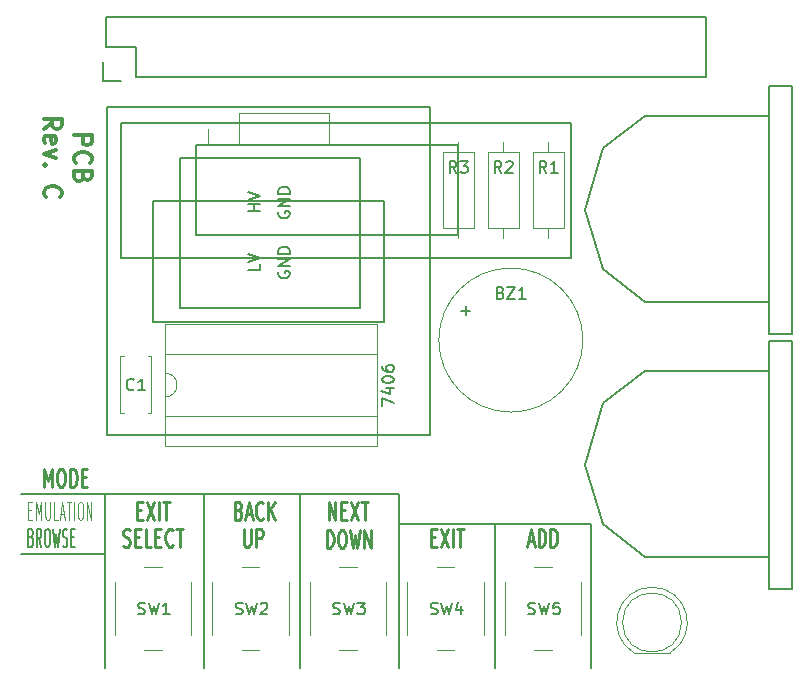
<source format=gto>
G04 #@! TF.FileFunction,Legend,Top*
%FSLAX46Y46*%
G04 Gerber Fmt 4.6, Leading zero omitted, Abs format (unit mm)*
G04 Created by KiCad (PCBNEW 4.0.7) date 10/03/18 00:11:05*
%MOMM*%
%LPD*%
G01*
G04 APERTURE LIST*
%ADD10C,0.100000*%
%ADD11C,0.300000*%
%ADD12C,0.250000*%
%ADD13C,0.200000*%
%ADD14C,0.125000*%
%ADD15C,0.175000*%
%ADD16C,0.150000*%
%ADD17C,0.120000*%
G04 APERTURE END LIST*
D10*
D11*
X27901429Y-40017143D02*
X29401429Y-40017143D01*
X29401429Y-40588571D01*
X29330000Y-40731429D01*
X29258571Y-40802857D01*
X29115714Y-40874286D01*
X28901429Y-40874286D01*
X28758571Y-40802857D01*
X28687143Y-40731429D01*
X28615714Y-40588571D01*
X28615714Y-40017143D01*
X28044286Y-42374286D02*
X27972857Y-42302857D01*
X27901429Y-42088571D01*
X27901429Y-41945714D01*
X27972857Y-41731429D01*
X28115714Y-41588571D01*
X28258571Y-41517143D01*
X28544286Y-41445714D01*
X28758571Y-41445714D01*
X29044286Y-41517143D01*
X29187143Y-41588571D01*
X29330000Y-41731429D01*
X29401429Y-41945714D01*
X29401429Y-42088571D01*
X29330000Y-42302857D01*
X29258571Y-42374286D01*
X28687143Y-43517143D02*
X28615714Y-43731429D01*
X28544286Y-43802857D01*
X28401429Y-43874286D01*
X28187143Y-43874286D01*
X28044286Y-43802857D01*
X27972857Y-43731429D01*
X27901429Y-43588571D01*
X27901429Y-43017143D01*
X29401429Y-43017143D01*
X29401429Y-43517143D01*
X29330000Y-43660000D01*
X29258571Y-43731429D01*
X29115714Y-43802857D01*
X28972857Y-43802857D01*
X28830000Y-43731429D01*
X28758571Y-43660000D01*
X28687143Y-43517143D01*
X28687143Y-43017143D01*
X25351429Y-39481429D02*
X26065714Y-38981429D01*
X25351429Y-38624286D02*
X26851429Y-38624286D01*
X26851429Y-39195714D01*
X26780000Y-39338572D01*
X26708571Y-39410000D01*
X26565714Y-39481429D01*
X26351429Y-39481429D01*
X26208571Y-39410000D01*
X26137143Y-39338572D01*
X26065714Y-39195714D01*
X26065714Y-38624286D01*
X25422857Y-40695714D02*
X25351429Y-40552857D01*
X25351429Y-40267143D01*
X25422857Y-40124286D01*
X25565714Y-40052857D01*
X26137143Y-40052857D01*
X26280000Y-40124286D01*
X26351429Y-40267143D01*
X26351429Y-40552857D01*
X26280000Y-40695714D01*
X26137143Y-40767143D01*
X25994286Y-40767143D01*
X25851429Y-40052857D01*
X26351429Y-41267143D02*
X25351429Y-41624286D01*
X26351429Y-41981428D01*
X25494286Y-42552857D02*
X25422857Y-42624285D01*
X25351429Y-42552857D01*
X25422857Y-42481428D01*
X25494286Y-42552857D01*
X25351429Y-42552857D01*
X25494286Y-45267143D02*
X25422857Y-45195714D01*
X25351429Y-44981428D01*
X25351429Y-44838571D01*
X25422857Y-44624286D01*
X25565714Y-44481428D01*
X25708571Y-44410000D01*
X25994286Y-44338571D01*
X26208571Y-44338571D01*
X26494286Y-44410000D01*
X26637143Y-44481428D01*
X26780000Y-44624286D01*
X26851429Y-44838571D01*
X26851429Y-44981428D01*
X26780000Y-45195714D01*
X26708571Y-45267143D01*
D12*
X25368476Y-69766571D02*
X25368476Y-68266571D01*
X25701810Y-69338000D01*
X26035143Y-68266571D01*
X26035143Y-69766571D01*
X26701809Y-68266571D02*
X26892286Y-68266571D01*
X26987524Y-68338000D01*
X27082762Y-68480857D01*
X27130381Y-68766571D01*
X27130381Y-69266571D01*
X27082762Y-69552286D01*
X26987524Y-69695143D01*
X26892286Y-69766571D01*
X26701809Y-69766571D01*
X26606571Y-69695143D01*
X26511333Y-69552286D01*
X26463714Y-69266571D01*
X26463714Y-68766571D01*
X26511333Y-68480857D01*
X26606571Y-68338000D01*
X26701809Y-68266571D01*
X27558952Y-69766571D02*
X27558952Y-68266571D01*
X27797047Y-68266571D01*
X27939905Y-68338000D01*
X28035143Y-68480857D01*
X28082762Y-68623714D01*
X28130381Y-68909429D01*
X28130381Y-69123714D01*
X28082762Y-69409429D01*
X28035143Y-69552286D01*
X27939905Y-69695143D01*
X27797047Y-69766571D01*
X27558952Y-69766571D01*
X28558952Y-68980857D02*
X28892286Y-68980857D01*
X29035143Y-69766571D02*
X28558952Y-69766571D01*
X28558952Y-68266571D01*
X29035143Y-68266571D01*
D13*
X23622000Y-75438000D02*
X23368000Y-75438000D01*
X55372000Y-70358000D02*
X23368000Y-70358000D01*
X63500000Y-85090000D02*
X63500000Y-72898000D01*
X71628000Y-72898000D02*
X71628000Y-85090000D01*
X55372000Y-72898000D02*
X71628000Y-72898000D01*
X55372000Y-85090000D02*
X55372000Y-70358000D01*
X46990000Y-85090000D02*
X46990000Y-70358000D01*
X38862000Y-85090000D02*
X38862000Y-70358000D01*
X30480000Y-75438000D02*
X30480000Y-70358000D01*
X30480000Y-75438000D02*
X23622000Y-75438000D01*
X30480000Y-85090000D02*
X30480000Y-75438000D01*
D14*
X24042667Y-71774857D02*
X24276000Y-71774857D01*
X24376000Y-72560571D02*
X24042667Y-72560571D01*
X24042667Y-71060571D01*
X24376000Y-71060571D01*
X24676000Y-72560571D02*
X24676000Y-71060571D01*
X24909333Y-72132000D01*
X25142666Y-71060571D01*
X25142666Y-72560571D01*
X25476000Y-71060571D02*
X25476000Y-72274857D01*
X25509333Y-72417714D01*
X25542666Y-72489143D01*
X25609333Y-72560571D01*
X25742666Y-72560571D01*
X25809333Y-72489143D01*
X25842666Y-72417714D01*
X25876000Y-72274857D01*
X25876000Y-71060571D01*
X26542666Y-72560571D02*
X26209333Y-72560571D01*
X26209333Y-71060571D01*
X26742666Y-72132000D02*
X27076000Y-72132000D01*
X26676000Y-72560571D02*
X26909333Y-71060571D01*
X27142666Y-72560571D01*
X27276000Y-71060571D02*
X27676000Y-71060571D01*
X27476000Y-72560571D02*
X27476000Y-71060571D01*
X27909333Y-72560571D02*
X27909333Y-71060571D01*
X28375999Y-71060571D02*
X28509332Y-71060571D01*
X28575999Y-71132000D01*
X28642666Y-71274857D01*
X28675999Y-71560571D01*
X28675999Y-72060571D01*
X28642666Y-72346286D01*
X28575999Y-72489143D01*
X28509332Y-72560571D01*
X28375999Y-72560571D01*
X28309332Y-72489143D01*
X28242666Y-72346286D01*
X28209332Y-72060571D01*
X28209332Y-71560571D01*
X28242666Y-71274857D01*
X28309332Y-71132000D01*
X28375999Y-71060571D01*
X28975999Y-72560571D02*
X28975999Y-71060571D01*
X29375999Y-72560571D01*
X29375999Y-71060571D01*
D15*
X24276000Y-74060857D02*
X24376000Y-74132286D01*
X24409333Y-74203714D01*
X24442667Y-74346571D01*
X24442667Y-74560857D01*
X24409333Y-74703714D01*
X24376000Y-74775143D01*
X24309333Y-74846571D01*
X24042667Y-74846571D01*
X24042667Y-73346571D01*
X24276000Y-73346571D01*
X24342667Y-73418000D01*
X24376000Y-73489429D01*
X24409333Y-73632286D01*
X24409333Y-73775143D01*
X24376000Y-73918000D01*
X24342667Y-73989429D01*
X24276000Y-74060857D01*
X24042667Y-74060857D01*
X25142667Y-74846571D02*
X24909333Y-74132286D01*
X24742667Y-74846571D02*
X24742667Y-73346571D01*
X25009333Y-73346571D01*
X25076000Y-73418000D01*
X25109333Y-73489429D01*
X25142667Y-73632286D01*
X25142667Y-73846571D01*
X25109333Y-73989429D01*
X25076000Y-74060857D01*
X25009333Y-74132286D01*
X24742667Y-74132286D01*
X25576000Y-73346571D02*
X25709333Y-73346571D01*
X25776000Y-73418000D01*
X25842667Y-73560857D01*
X25876000Y-73846571D01*
X25876000Y-74346571D01*
X25842667Y-74632286D01*
X25776000Y-74775143D01*
X25709333Y-74846571D01*
X25576000Y-74846571D01*
X25509333Y-74775143D01*
X25442667Y-74632286D01*
X25409333Y-74346571D01*
X25409333Y-73846571D01*
X25442667Y-73560857D01*
X25509333Y-73418000D01*
X25576000Y-73346571D01*
X26109333Y-73346571D02*
X26276000Y-74846571D01*
X26409333Y-73775143D01*
X26542666Y-74846571D01*
X26709333Y-73346571D01*
X26942666Y-74775143D02*
X27042666Y-74846571D01*
X27209333Y-74846571D01*
X27276000Y-74775143D01*
X27309333Y-74703714D01*
X27342666Y-74560857D01*
X27342666Y-74418000D01*
X27309333Y-74275143D01*
X27276000Y-74203714D01*
X27209333Y-74132286D01*
X27076000Y-74060857D01*
X27009333Y-73989429D01*
X26976000Y-73918000D01*
X26942666Y-73775143D01*
X26942666Y-73632286D01*
X26976000Y-73489429D01*
X27009333Y-73418000D01*
X27076000Y-73346571D01*
X27242666Y-73346571D01*
X27342666Y-73418000D01*
X27642667Y-74060857D02*
X27876000Y-74060857D01*
X27976000Y-74846571D02*
X27642667Y-74846571D01*
X27642667Y-73346571D01*
X27976000Y-73346571D01*
D12*
X49458762Y-72560571D02*
X49458762Y-71060571D01*
X50030191Y-72560571D01*
X50030191Y-71060571D01*
X50506381Y-71774857D02*
X50839715Y-71774857D01*
X50982572Y-72560571D02*
X50506381Y-72560571D01*
X50506381Y-71060571D01*
X50982572Y-71060571D01*
X51315905Y-71060571D02*
X51982572Y-72560571D01*
X51982572Y-71060571D02*
X51315905Y-72560571D01*
X52220667Y-71060571D02*
X52792096Y-71060571D01*
X52506381Y-72560571D02*
X52506381Y-71060571D01*
X41822858Y-71774857D02*
X41965715Y-71846286D01*
X42013334Y-71917714D01*
X42060953Y-72060571D01*
X42060953Y-72274857D01*
X42013334Y-72417714D01*
X41965715Y-72489143D01*
X41870477Y-72560571D01*
X41489524Y-72560571D01*
X41489524Y-71060571D01*
X41822858Y-71060571D01*
X41918096Y-71132000D01*
X41965715Y-71203429D01*
X42013334Y-71346286D01*
X42013334Y-71489143D01*
X41965715Y-71632000D01*
X41918096Y-71703429D01*
X41822858Y-71774857D01*
X41489524Y-71774857D01*
X42441905Y-72132000D02*
X42918096Y-72132000D01*
X42346667Y-72560571D02*
X42680000Y-71060571D01*
X43013334Y-72560571D01*
X43918096Y-72417714D02*
X43870477Y-72489143D01*
X43727620Y-72560571D01*
X43632382Y-72560571D01*
X43489524Y-72489143D01*
X43394286Y-72346286D01*
X43346667Y-72203429D01*
X43299048Y-71917714D01*
X43299048Y-71703429D01*
X43346667Y-71417714D01*
X43394286Y-71274857D01*
X43489524Y-71132000D01*
X43632382Y-71060571D01*
X43727620Y-71060571D01*
X43870477Y-71132000D01*
X43918096Y-71203429D01*
X44346667Y-72560571D02*
X44346667Y-71060571D01*
X44918096Y-72560571D02*
X44489524Y-71703429D01*
X44918096Y-71060571D02*
X44346667Y-71917714D01*
X33234476Y-71774857D02*
X33567810Y-71774857D01*
X33710667Y-72560571D02*
X33234476Y-72560571D01*
X33234476Y-71060571D01*
X33710667Y-71060571D01*
X34044000Y-71060571D02*
X34710667Y-72560571D01*
X34710667Y-71060571D02*
X34044000Y-72560571D01*
X35091619Y-72560571D02*
X35091619Y-71060571D01*
X35424952Y-71060571D02*
X35996381Y-71060571D01*
X35710666Y-72560571D02*
X35710666Y-71060571D01*
X66325905Y-74418000D02*
X66802096Y-74418000D01*
X66230667Y-74846571D02*
X66564000Y-73346571D01*
X66897334Y-74846571D01*
X67230667Y-74846571D02*
X67230667Y-73346571D01*
X67468762Y-73346571D01*
X67611620Y-73418000D01*
X67706858Y-73560857D01*
X67754477Y-73703714D01*
X67802096Y-73989429D01*
X67802096Y-74203714D01*
X67754477Y-74489429D01*
X67706858Y-74632286D01*
X67611620Y-74775143D01*
X67468762Y-74846571D01*
X67230667Y-74846571D01*
X68230667Y-74846571D02*
X68230667Y-73346571D01*
X68468762Y-73346571D01*
X68611620Y-73418000D01*
X68706858Y-73560857D01*
X68754477Y-73703714D01*
X68802096Y-73989429D01*
X68802096Y-74203714D01*
X68754477Y-74489429D01*
X68706858Y-74632286D01*
X68611620Y-74775143D01*
X68468762Y-74846571D01*
X68230667Y-74846571D01*
X58126476Y-74060857D02*
X58459810Y-74060857D01*
X58602667Y-74846571D02*
X58126476Y-74846571D01*
X58126476Y-73346571D01*
X58602667Y-73346571D01*
X58936000Y-73346571D02*
X59602667Y-74846571D01*
X59602667Y-73346571D02*
X58936000Y-74846571D01*
X59983619Y-74846571D02*
X59983619Y-73346571D01*
X60316952Y-73346571D02*
X60888381Y-73346571D01*
X60602666Y-74846571D02*
X60602666Y-73346571D01*
X49300048Y-74973571D02*
X49300048Y-73473571D01*
X49538143Y-73473571D01*
X49681001Y-73545000D01*
X49776239Y-73687857D01*
X49823858Y-73830714D01*
X49871477Y-74116429D01*
X49871477Y-74330714D01*
X49823858Y-74616429D01*
X49776239Y-74759286D01*
X49681001Y-74902143D01*
X49538143Y-74973571D01*
X49300048Y-74973571D01*
X50490524Y-73473571D02*
X50681001Y-73473571D01*
X50776239Y-73545000D01*
X50871477Y-73687857D01*
X50919096Y-73973571D01*
X50919096Y-74473571D01*
X50871477Y-74759286D01*
X50776239Y-74902143D01*
X50681001Y-74973571D01*
X50490524Y-74973571D01*
X50395286Y-74902143D01*
X50300048Y-74759286D01*
X50252429Y-74473571D01*
X50252429Y-73973571D01*
X50300048Y-73687857D01*
X50395286Y-73545000D01*
X50490524Y-73473571D01*
X51252429Y-73473571D02*
X51490524Y-74973571D01*
X51681001Y-73902143D01*
X51871477Y-74973571D01*
X52109572Y-73473571D01*
X52490524Y-74973571D02*
X52490524Y-73473571D01*
X53061953Y-74973571D01*
X53061953Y-73473571D01*
X42267286Y-73346571D02*
X42267286Y-74560857D01*
X42314905Y-74703714D01*
X42362524Y-74775143D01*
X42457762Y-74846571D01*
X42648239Y-74846571D01*
X42743477Y-74775143D01*
X42791096Y-74703714D01*
X42838715Y-74560857D01*
X42838715Y-73346571D01*
X43314905Y-74846571D02*
X43314905Y-73346571D01*
X43695858Y-73346571D01*
X43791096Y-73418000D01*
X43838715Y-73489429D01*
X43886334Y-73632286D01*
X43886334Y-73846571D01*
X43838715Y-73989429D01*
X43791096Y-74060857D01*
X43695858Y-74132286D01*
X43314905Y-74132286D01*
X32067809Y-74775143D02*
X32210666Y-74846571D01*
X32448762Y-74846571D01*
X32544000Y-74775143D01*
X32591619Y-74703714D01*
X32639238Y-74560857D01*
X32639238Y-74418000D01*
X32591619Y-74275143D01*
X32544000Y-74203714D01*
X32448762Y-74132286D01*
X32258285Y-74060857D01*
X32163047Y-73989429D01*
X32115428Y-73918000D01*
X32067809Y-73775143D01*
X32067809Y-73632286D01*
X32115428Y-73489429D01*
X32163047Y-73418000D01*
X32258285Y-73346571D01*
X32496381Y-73346571D01*
X32639238Y-73418000D01*
X33067809Y-74060857D02*
X33401143Y-74060857D01*
X33544000Y-74846571D02*
X33067809Y-74846571D01*
X33067809Y-73346571D01*
X33544000Y-73346571D01*
X34448762Y-74846571D02*
X33972571Y-74846571D01*
X33972571Y-73346571D01*
X34782095Y-74060857D02*
X35115429Y-74060857D01*
X35258286Y-74846571D02*
X34782095Y-74846571D01*
X34782095Y-73346571D01*
X35258286Y-73346571D01*
X36258286Y-74703714D02*
X36210667Y-74775143D01*
X36067810Y-74846571D01*
X35972572Y-74846571D01*
X35829714Y-74775143D01*
X35734476Y-74632286D01*
X35686857Y-74489429D01*
X35639238Y-74203714D01*
X35639238Y-73989429D01*
X35686857Y-73703714D01*
X35734476Y-73560857D01*
X35829714Y-73418000D01*
X35972572Y-73346571D01*
X36067810Y-73346571D01*
X36210667Y-73418000D01*
X36258286Y-73489429D01*
X36544000Y-73346571D02*
X37115429Y-73346571D01*
X36829714Y-74846571D02*
X36829714Y-73346571D01*
D16*
X81395000Y-30035000D02*
X30595000Y-30035000D01*
X33135000Y-35115000D02*
X81395000Y-35115000D01*
X81395000Y-30035000D02*
X81395000Y-35115000D01*
X30595000Y-30035000D02*
X30595000Y-32575000D01*
X30315000Y-33845000D02*
X30315000Y-35395000D01*
X30595000Y-32575000D02*
X33135000Y-32575000D01*
X33135000Y-32575000D02*
X33135000Y-35115000D01*
X30315000Y-35395000D02*
X31865000Y-35395000D01*
D17*
X70980000Y-57365000D02*
G75*
G03X70980000Y-57365000I-6100000J0D01*
G01*
X76835462Y-78290000D02*
G75*
G03X75290170Y-83840000I-462J-2990000D01*
G01*
X76834538Y-78290000D02*
G75*
G02X78379830Y-83840000I462J-2990000D01*
G01*
X79335000Y-81280000D02*
G75*
G03X79335000Y-81280000I-2500000J0D01*
G01*
X75290000Y-83840000D02*
X78380000Y-83840000D01*
X35620000Y-60175000D02*
G75*
G02X35620000Y-62175000I0J-1000000D01*
G01*
X35620000Y-62175000D02*
X35620000Y-63825000D01*
X35620000Y-63825000D02*
X53520000Y-63825000D01*
X53520000Y-63825000D02*
X53520000Y-58525000D01*
X53520000Y-58525000D02*
X35620000Y-58525000D01*
X35620000Y-58525000D02*
X35620000Y-60175000D01*
X35560000Y-66315000D02*
X53580000Y-66315000D01*
X53580000Y-66315000D02*
X53580000Y-56035000D01*
X53580000Y-56035000D02*
X35560000Y-56035000D01*
X35560000Y-56035000D02*
X35560000Y-66315000D01*
D16*
X36830000Y-54610000D02*
X36830000Y-41910000D01*
X36830000Y-41910000D02*
X52070000Y-41910000D01*
X52070000Y-41910000D02*
X52070000Y-54610000D01*
X52070000Y-54610000D02*
X36830000Y-54610000D01*
D17*
X69375000Y-41455000D02*
X66755000Y-41455000D01*
X66755000Y-41455000D02*
X66755000Y-47875000D01*
X66755000Y-47875000D02*
X69375000Y-47875000D01*
X69375000Y-47875000D02*
X69375000Y-41455000D01*
X68065000Y-40565000D02*
X68065000Y-41455000D01*
X68065000Y-48765000D02*
X68065000Y-47875000D01*
X62945000Y-47875000D02*
X65565000Y-47875000D01*
X65565000Y-47875000D02*
X65565000Y-41455000D01*
X65565000Y-41455000D02*
X62945000Y-41455000D01*
X62945000Y-41455000D02*
X62945000Y-47875000D01*
X64255000Y-48765000D02*
X64255000Y-47875000D01*
X64255000Y-40565000D02*
X64255000Y-41455000D01*
X59135000Y-47875000D02*
X61755000Y-47875000D01*
X61755000Y-47875000D02*
X61755000Y-41455000D01*
X61755000Y-41455000D02*
X59135000Y-41455000D01*
X59135000Y-41455000D02*
X59135000Y-47875000D01*
X60445000Y-48765000D02*
X60445000Y-47875000D01*
X60445000Y-40565000D02*
X60445000Y-41455000D01*
X31330000Y-77835000D02*
X31330000Y-82335000D01*
X35330000Y-76585000D02*
X33830000Y-76585000D01*
X37830000Y-82335000D02*
X37830000Y-77835000D01*
X33830000Y-83585000D02*
X35330000Y-83585000D01*
X39585000Y-77835000D02*
X39585000Y-82335000D01*
X43585000Y-76585000D02*
X42085000Y-76585000D01*
X46085000Y-82335000D02*
X46085000Y-77835000D01*
X42085000Y-83585000D02*
X43585000Y-83585000D01*
X47840000Y-77835000D02*
X47840000Y-82335000D01*
X51840000Y-76585000D02*
X50340000Y-76585000D01*
X54340000Y-82335000D02*
X54340000Y-77835000D01*
X50340000Y-83585000D02*
X51840000Y-83585000D01*
X56095000Y-77835000D02*
X56095000Y-82335000D01*
X60095000Y-76585000D02*
X58595000Y-76585000D01*
X62595000Y-82335000D02*
X62595000Y-77835000D01*
X58595000Y-83585000D02*
X60095000Y-83585000D01*
X64350000Y-77835000D02*
X64350000Y-82335000D01*
X68350000Y-76585000D02*
X66850000Y-76585000D01*
X70850000Y-82335000D02*
X70850000Y-77835000D01*
X66850000Y-83585000D02*
X68350000Y-83585000D01*
X34450000Y-58725000D02*
X34450000Y-63545000D01*
X31830000Y-58725000D02*
X31830000Y-63545000D01*
X34450000Y-58725000D02*
X34136000Y-58725000D01*
X32144000Y-58725000D02*
X31830000Y-58725000D01*
X34450000Y-63545000D02*
X34136000Y-63545000D01*
X32144000Y-63545000D02*
X31830000Y-63545000D01*
D16*
X76200000Y-54105000D02*
X72700000Y-51355000D01*
X72700000Y-51355000D02*
X71200000Y-46355000D01*
X71200000Y-46355000D02*
X72700000Y-41105000D01*
X72700000Y-41105000D02*
X76200000Y-38355000D01*
X86700000Y-54105000D02*
X76200000Y-54105000D01*
X76200000Y-38355000D02*
X86700000Y-38355000D01*
X88700000Y-56855000D02*
X86700000Y-56855000D01*
X86700000Y-56855000D02*
X86700000Y-35855000D01*
X86700000Y-35855000D02*
X88700000Y-35855000D01*
X88700000Y-46355000D02*
X88700000Y-35855000D01*
X88700000Y-46355000D02*
X88700000Y-56855000D01*
X76200000Y-75695000D02*
X72700000Y-72945000D01*
X72700000Y-72945000D02*
X71200000Y-67945000D01*
X71200000Y-67945000D02*
X72700000Y-62695000D01*
X72700000Y-62695000D02*
X76200000Y-59945000D01*
X86700000Y-75695000D02*
X76200000Y-75695000D01*
X76200000Y-59945000D02*
X86700000Y-59945000D01*
X88700000Y-78445000D02*
X86700000Y-78445000D01*
X86700000Y-78445000D02*
X86700000Y-57445000D01*
X86700000Y-57445000D02*
X88700000Y-57445000D01*
X88700000Y-67945000D02*
X88700000Y-57445000D01*
X88700000Y-67945000D02*
X88700000Y-78445000D01*
X34615000Y-55830000D02*
X54115000Y-55830000D01*
X54115000Y-55830000D02*
X54115000Y-45630000D01*
X54115000Y-45630000D02*
X34615000Y-45630000D01*
X34615000Y-45630000D02*
X34615000Y-55830000D01*
X58015000Y-37630000D02*
X58015000Y-65430000D01*
X58015000Y-65430000D02*
X30715000Y-65430000D01*
X30715000Y-37630000D02*
X30715000Y-65430000D01*
X30715000Y-37630000D02*
X58015000Y-37630000D01*
D17*
X49515000Y-40810000D02*
X49515000Y-38150000D01*
X41835000Y-40810000D02*
X49515000Y-40810000D01*
X41835000Y-38150000D02*
X49515000Y-38150000D01*
X41835000Y-40810000D02*
X41835000Y-38150000D01*
X40565000Y-40810000D02*
X39235000Y-40810000D01*
X39235000Y-40810000D02*
X39235000Y-39480000D01*
D16*
X38220000Y-48475000D02*
X60445000Y-48475000D01*
X60445000Y-48475000D02*
X60445000Y-40855000D01*
X60445000Y-40855000D02*
X38220000Y-40855000D01*
X38220000Y-44665000D02*
X38220000Y-48475000D01*
X38220000Y-44665000D02*
X38220000Y-40855000D01*
X31870000Y-50380000D02*
X69970000Y-50380000D01*
X69970000Y-50380000D02*
X69970000Y-38950000D01*
X69970000Y-38950000D02*
X31870000Y-38950000D01*
X31870000Y-44665000D02*
X31870000Y-50380000D01*
X31870000Y-44665000D02*
X31870000Y-38950000D01*
X64009048Y-53356571D02*
X64151905Y-53404190D01*
X64199524Y-53451810D01*
X64247143Y-53547048D01*
X64247143Y-53689905D01*
X64199524Y-53785143D01*
X64151905Y-53832762D01*
X64056667Y-53880381D01*
X63675714Y-53880381D01*
X63675714Y-52880381D01*
X64009048Y-52880381D01*
X64104286Y-52928000D01*
X64151905Y-52975619D01*
X64199524Y-53070857D01*
X64199524Y-53166095D01*
X64151905Y-53261333D01*
X64104286Y-53308952D01*
X64009048Y-53356571D01*
X63675714Y-53356571D01*
X64580476Y-52880381D02*
X65247143Y-52880381D01*
X64580476Y-53880381D01*
X65247143Y-53880381D01*
X66151905Y-53880381D02*
X65580476Y-53880381D01*
X65866190Y-53880381D02*
X65866190Y-52880381D01*
X65770952Y-53023238D01*
X65675714Y-53118476D01*
X65580476Y-53166095D01*
X60689048Y-54896429D02*
X61450953Y-54896429D01*
X61070001Y-55277381D02*
X61070001Y-54515476D01*
X53972381Y-62936905D02*
X53972381Y-62270238D01*
X54972381Y-62698810D01*
X54305714Y-61460714D02*
X54972381Y-61460714D01*
X53924762Y-61698810D02*
X54639048Y-61936905D01*
X54639048Y-61317857D01*
X53972381Y-60746429D02*
X53972381Y-60651190D01*
X54020000Y-60555952D01*
X54067619Y-60508333D01*
X54162857Y-60460714D01*
X54353333Y-60413095D01*
X54591429Y-60413095D01*
X54781905Y-60460714D01*
X54877143Y-60508333D01*
X54924762Y-60555952D01*
X54972381Y-60651190D01*
X54972381Y-60746429D01*
X54924762Y-60841667D01*
X54877143Y-60889286D01*
X54781905Y-60936905D01*
X54591429Y-60984524D01*
X54353333Y-60984524D01*
X54162857Y-60936905D01*
X54067619Y-60889286D01*
X54020000Y-60841667D01*
X53972381Y-60746429D01*
X53972381Y-59555952D02*
X53972381Y-59746429D01*
X54020000Y-59841667D01*
X54067619Y-59889286D01*
X54210476Y-59984524D01*
X54400952Y-60032143D01*
X54781905Y-60032143D01*
X54877143Y-59984524D01*
X54924762Y-59936905D01*
X54972381Y-59841667D01*
X54972381Y-59651190D01*
X54924762Y-59555952D01*
X54877143Y-59508333D01*
X54781905Y-59460714D01*
X54543810Y-59460714D01*
X54448571Y-59508333D01*
X54400952Y-59555952D01*
X54353333Y-59651190D01*
X54353333Y-59841667D01*
X54400952Y-59936905D01*
X54448571Y-59984524D01*
X54543810Y-60032143D01*
X45220000Y-46481904D02*
X45172381Y-46577142D01*
X45172381Y-46719999D01*
X45220000Y-46862857D01*
X45315238Y-46958095D01*
X45410476Y-47005714D01*
X45600952Y-47053333D01*
X45743810Y-47053333D01*
X45934286Y-47005714D01*
X46029524Y-46958095D01*
X46124762Y-46862857D01*
X46172381Y-46719999D01*
X46172381Y-46624761D01*
X46124762Y-46481904D01*
X46077143Y-46434285D01*
X45743810Y-46434285D01*
X45743810Y-46624761D01*
X46172381Y-46005714D02*
X45172381Y-46005714D01*
X46172381Y-45434285D01*
X45172381Y-45434285D01*
X46172381Y-44958095D02*
X45172381Y-44958095D01*
X45172381Y-44720000D01*
X45220000Y-44577142D01*
X45315238Y-44481904D01*
X45410476Y-44434285D01*
X45600952Y-44386666D01*
X45743810Y-44386666D01*
X45934286Y-44434285D01*
X46029524Y-44481904D01*
X46124762Y-44577142D01*
X46172381Y-44720000D01*
X46172381Y-44958095D01*
X45220000Y-51561904D02*
X45172381Y-51657142D01*
X45172381Y-51799999D01*
X45220000Y-51942857D01*
X45315238Y-52038095D01*
X45410476Y-52085714D01*
X45600952Y-52133333D01*
X45743810Y-52133333D01*
X45934286Y-52085714D01*
X46029524Y-52038095D01*
X46124762Y-51942857D01*
X46172381Y-51799999D01*
X46172381Y-51704761D01*
X46124762Y-51561904D01*
X46077143Y-51514285D01*
X45743810Y-51514285D01*
X45743810Y-51704761D01*
X46172381Y-51085714D02*
X45172381Y-51085714D01*
X46172381Y-50514285D01*
X45172381Y-50514285D01*
X46172381Y-50038095D02*
X45172381Y-50038095D01*
X45172381Y-49800000D01*
X45220000Y-49657142D01*
X45315238Y-49561904D01*
X45410476Y-49514285D01*
X45600952Y-49466666D01*
X45743810Y-49466666D01*
X45934286Y-49514285D01*
X46029524Y-49561904D01*
X46124762Y-49657142D01*
X46172381Y-49800000D01*
X46172381Y-50038095D01*
X43632381Y-46434286D02*
X42632381Y-46434286D01*
X43108571Y-46434286D02*
X43108571Y-45862857D01*
X43632381Y-45862857D02*
X42632381Y-45862857D01*
X42632381Y-45529524D02*
X43632381Y-45196191D01*
X42632381Y-44862857D01*
X43632381Y-50919047D02*
X43632381Y-51395238D01*
X42632381Y-51395238D01*
X42632381Y-50728571D02*
X43632381Y-50395238D01*
X42632381Y-50061904D01*
X67898334Y-43212381D02*
X67565000Y-42736190D01*
X67326905Y-43212381D02*
X67326905Y-42212381D01*
X67707858Y-42212381D01*
X67803096Y-42260000D01*
X67850715Y-42307619D01*
X67898334Y-42402857D01*
X67898334Y-42545714D01*
X67850715Y-42640952D01*
X67803096Y-42688571D01*
X67707858Y-42736190D01*
X67326905Y-42736190D01*
X68850715Y-43212381D02*
X68279286Y-43212381D01*
X68565000Y-43212381D02*
X68565000Y-42212381D01*
X68469762Y-42355238D01*
X68374524Y-42450476D01*
X68279286Y-42498095D01*
X64088334Y-43212381D02*
X63755000Y-42736190D01*
X63516905Y-43212381D02*
X63516905Y-42212381D01*
X63897858Y-42212381D01*
X63993096Y-42260000D01*
X64040715Y-42307619D01*
X64088334Y-42402857D01*
X64088334Y-42545714D01*
X64040715Y-42640952D01*
X63993096Y-42688571D01*
X63897858Y-42736190D01*
X63516905Y-42736190D01*
X64469286Y-42307619D02*
X64516905Y-42260000D01*
X64612143Y-42212381D01*
X64850239Y-42212381D01*
X64945477Y-42260000D01*
X64993096Y-42307619D01*
X65040715Y-42402857D01*
X65040715Y-42498095D01*
X64993096Y-42640952D01*
X64421667Y-43212381D01*
X65040715Y-43212381D01*
X60278334Y-43212381D02*
X59945000Y-42736190D01*
X59706905Y-43212381D02*
X59706905Y-42212381D01*
X60087858Y-42212381D01*
X60183096Y-42260000D01*
X60230715Y-42307619D01*
X60278334Y-42402857D01*
X60278334Y-42545714D01*
X60230715Y-42640952D01*
X60183096Y-42688571D01*
X60087858Y-42736190D01*
X59706905Y-42736190D01*
X60611667Y-42212381D02*
X61230715Y-42212381D01*
X60897381Y-42593333D01*
X61040239Y-42593333D01*
X61135477Y-42640952D01*
X61183096Y-42688571D01*
X61230715Y-42783810D01*
X61230715Y-43021905D01*
X61183096Y-43117143D01*
X61135477Y-43164762D01*
X61040239Y-43212381D01*
X60754524Y-43212381D01*
X60659286Y-43164762D01*
X60611667Y-43117143D01*
X33337667Y-80541762D02*
X33480524Y-80589381D01*
X33718620Y-80589381D01*
X33813858Y-80541762D01*
X33861477Y-80494143D01*
X33909096Y-80398905D01*
X33909096Y-80303667D01*
X33861477Y-80208429D01*
X33813858Y-80160810D01*
X33718620Y-80113190D01*
X33528143Y-80065571D01*
X33432905Y-80017952D01*
X33385286Y-79970333D01*
X33337667Y-79875095D01*
X33337667Y-79779857D01*
X33385286Y-79684619D01*
X33432905Y-79637000D01*
X33528143Y-79589381D01*
X33766239Y-79589381D01*
X33909096Y-79637000D01*
X34242429Y-79589381D02*
X34480524Y-80589381D01*
X34671001Y-79875095D01*
X34861477Y-80589381D01*
X35099572Y-79589381D01*
X36004334Y-80589381D02*
X35432905Y-80589381D01*
X35718619Y-80589381D02*
X35718619Y-79589381D01*
X35623381Y-79732238D01*
X35528143Y-79827476D01*
X35432905Y-79875095D01*
X41592667Y-80541762D02*
X41735524Y-80589381D01*
X41973620Y-80589381D01*
X42068858Y-80541762D01*
X42116477Y-80494143D01*
X42164096Y-80398905D01*
X42164096Y-80303667D01*
X42116477Y-80208429D01*
X42068858Y-80160810D01*
X41973620Y-80113190D01*
X41783143Y-80065571D01*
X41687905Y-80017952D01*
X41640286Y-79970333D01*
X41592667Y-79875095D01*
X41592667Y-79779857D01*
X41640286Y-79684619D01*
X41687905Y-79637000D01*
X41783143Y-79589381D01*
X42021239Y-79589381D01*
X42164096Y-79637000D01*
X42497429Y-79589381D02*
X42735524Y-80589381D01*
X42926001Y-79875095D01*
X43116477Y-80589381D01*
X43354572Y-79589381D01*
X43687905Y-79684619D02*
X43735524Y-79637000D01*
X43830762Y-79589381D01*
X44068858Y-79589381D01*
X44164096Y-79637000D01*
X44211715Y-79684619D01*
X44259334Y-79779857D01*
X44259334Y-79875095D01*
X44211715Y-80017952D01*
X43640286Y-80589381D01*
X44259334Y-80589381D01*
X49847667Y-80541762D02*
X49990524Y-80589381D01*
X50228620Y-80589381D01*
X50323858Y-80541762D01*
X50371477Y-80494143D01*
X50419096Y-80398905D01*
X50419096Y-80303667D01*
X50371477Y-80208429D01*
X50323858Y-80160810D01*
X50228620Y-80113190D01*
X50038143Y-80065571D01*
X49942905Y-80017952D01*
X49895286Y-79970333D01*
X49847667Y-79875095D01*
X49847667Y-79779857D01*
X49895286Y-79684619D01*
X49942905Y-79637000D01*
X50038143Y-79589381D01*
X50276239Y-79589381D01*
X50419096Y-79637000D01*
X50752429Y-79589381D02*
X50990524Y-80589381D01*
X51181001Y-79875095D01*
X51371477Y-80589381D01*
X51609572Y-79589381D01*
X51895286Y-79589381D02*
X52514334Y-79589381D01*
X52181000Y-79970333D01*
X52323858Y-79970333D01*
X52419096Y-80017952D01*
X52466715Y-80065571D01*
X52514334Y-80160810D01*
X52514334Y-80398905D01*
X52466715Y-80494143D01*
X52419096Y-80541762D01*
X52323858Y-80589381D01*
X52038143Y-80589381D01*
X51942905Y-80541762D01*
X51895286Y-80494143D01*
X58102667Y-80541762D02*
X58245524Y-80589381D01*
X58483620Y-80589381D01*
X58578858Y-80541762D01*
X58626477Y-80494143D01*
X58674096Y-80398905D01*
X58674096Y-80303667D01*
X58626477Y-80208429D01*
X58578858Y-80160810D01*
X58483620Y-80113190D01*
X58293143Y-80065571D01*
X58197905Y-80017952D01*
X58150286Y-79970333D01*
X58102667Y-79875095D01*
X58102667Y-79779857D01*
X58150286Y-79684619D01*
X58197905Y-79637000D01*
X58293143Y-79589381D01*
X58531239Y-79589381D01*
X58674096Y-79637000D01*
X59007429Y-79589381D02*
X59245524Y-80589381D01*
X59436001Y-79875095D01*
X59626477Y-80589381D01*
X59864572Y-79589381D01*
X60674096Y-79922714D02*
X60674096Y-80589381D01*
X60436000Y-79541762D02*
X60197905Y-80256048D01*
X60816953Y-80256048D01*
X66357667Y-80541762D02*
X66500524Y-80589381D01*
X66738620Y-80589381D01*
X66833858Y-80541762D01*
X66881477Y-80494143D01*
X66929096Y-80398905D01*
X66929096Y-80303667D01*
X66881477Y-80208429D01*
X66833858Y-80160810D01*
X66738620Y-80113190D01*
X66548143Y-80065571D01*
X66452905Y-80017952D01*
X66405286Y-79970333D01*
X66357667Y-79875095D01*
X66357667Y-79779857D01*
X66405286Y-79684619D01*
X66452905Y-79637000D01*
X66548143Y-79589381D01*
X66786239Y-79589381D01*
X66929096Y-79637000D01*
X67262429Y-79589381D02*
X67500524Y-80589381D01*
X67691001Y-79875095D01*
X67881477Y-80589381D01*
X68119572Y-79589381D01*
X68976715Y-79589381D02*
X68500524Y-79589381D01*
X68452905Y-80065571D01*
X68500524Y-80017952D01*
X68595762Y-79970333D01*
X68833858Y-79970333D01*
X68929096Y-80017952D01*
X68976715Y-80065571D01*
X69024334Y-80160810D01*
X69024334Y-80398905D01*
X68976715Y-80494143D01*
X68929096Y-80541762D01*
X68833858Y-80589381D01*
X68595762Y-80589381D01*
X68500524Y-80541762D01*
X68452905Y-80494143D01*
X32973334Y-61532143D02*
X32925715Y-61579762D01*
X32782858Y-61627381D01*
X32687620Y-61627381D01*
X32544762Y-61579762D01*
X32449524Y-61484524D01*
X32401905Y-61389286D01*
X32354286Y-61198810D01*
X32354286Y-61055952D01*
X32401905Y-60865476D01*
X32449524Y-60770238D01*
X32544762Y-60675000D01*
X32687620Y-60627381D01*
X32782858Y-60627381D01*
X32925715Y-60675000D01*
X32973334Y-60722619D01*
X33925715Y-61627381D02*
X33354286Y-61627381D01*
X33640000Y-61627381D02*
X33640000Y-60627381D01*
X33544762Y-60770238D01*
X33449524Y-60865476D01*
X33354286Y-60913095D01*
M02*

</source>
